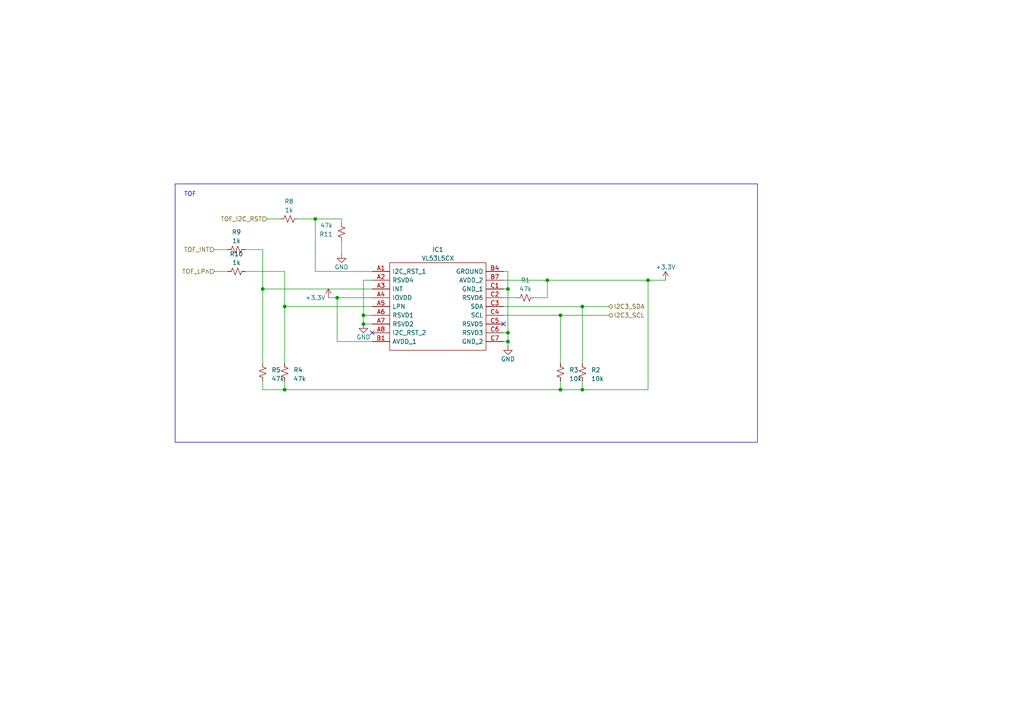
<source format=kicad_sch>
(kicad_sch (version 20230121) (generator eeschema)
  (paper "A4")
  (lib_symbols
    (symbol "Device:R_Small_US" (pin_numbers hide) (pin_names (offset 0.254) hide)
      (property "Reference" "R" (at 0.762 0.508 0))
      (property "Value" "R_Small_US" (at 0.762 -1.016 0))
      (symbol "R_Small_US_1_1"
        (polyline (pts (xy 0 0) (xy 1.016 -0.381) (xy 0 -0.762) (xy -1.016 -1.143) (xy 0 -1.524)))
        (polyline (pts (xy 0 1.524) (xy 1.016 1.143) (xy 0 0.762) (xy -1.016 0.381) (xy 0 0)))
        (pin passive line (at 0 2.54 270) (length 1.016) (name "~") (number "1"))
        (pin passive line (at 0 -2.54 90) (length 1.016) (name "~") (number "2"))
      )
    )
    (symbol "VL53L5CX:VL53L5CX" (pin_names (offset 0.762))
      (property "Reference" "IC" (at 34.29 7.62 0))
      (property "Value" "VL53L5CX" (at 34.29 5.08 0))
      (symbol "VL53L5CX_0_0"
        (pin passive line (at 0 0 0) (length 5.08) (name "I2C_RST_1") (number "A1"))
        (pin passive line (at 0 -2.54 0) (length 5.08) (name "RSVD4") (number "A2"))
        (pin passive line (at 0 -5.08 0) (length 5.08) (name "INT") (number "A3"))
        (pin passive line (at 0 -7.62 0) (length 5.08) (name "IOVDD") (number "A4"))
        (pin passive line (at 0 -10.16 0) (length 5.08) (name "LPN") (number "A5"))
        (pin passive line (at 0 -12.7 0) (length 5.08) (name "RSVD1") (number "A6"))
        (pin passive line (at 0 -15.24 0) (length 5.08) (name "RSVD2") (number "A7"))
        (pin passive line (at 0 -17.78 0) (length 5.08) (name "I2C_RST_2") (number "A8"))
        (pin passive line (at 0 -20.32 0) (length 5.08) (name "AVDD_1") (number "B1"))
        (pin passive line (at 38.1 0 180) (length 5.08) (name "GROUND") (number "B4"))
        (pin passive line (at 38.1 -2.54 180) (length 5.08) (name "AVDD_2") (number "B7"))
        (pin passive line (at 38.1 -5.08 180) (length 5.08) (name "GND_1") (number "C1"))
        (pin passive line (at 38.1 -7.62 180) (length 5.08) (name "RSVD6") (number "C2"))
        (pin passive line (at 38.1 -10.16 180) (length 5.08) (name "SDA") (number "C3"))
        (pin passive line (at 38.1 -12.7 180) (length 5.08) (name "SCL") (number "C4"))
        (pin passive line (at 38.1 -15.24 180) (length 5.08) (name "RSVD5") (number "C5"))
        (pin passive line (at 38.1 -17.78 180) (length 5.08) (name "RSVD3") (number "C6"))
        (pin passive line (at 38.1 -20.32 180) (length 5.08) (name "GND_2") (number "C7"))
      )
      (symbol "VL53L5CX_0_1"
        (polyline (pts (xy 5.08 2.54) (xy 33.02 2.54) (xy 33.02 -22.86) (xy 5.08 -22.86) (xy 5.08 2.54)) (stroke (width 0.1524)))
      )
    )
    (symbol "power:+3.3V" (power) (pin_names (offset 0))
      (property "Value" "+3.3V" (at 0 3.556 0))
      (symbol "+3.3V_0_1"
        (polyline (pts (xy -0.762 1.27) (xy 0 2.54)))
        (polyline (pts (xy 0 0) (xy 0 2.54)))
        (polyline (pts (xy 0 2.54) (xy 0.762 1.27)))
      )
      (symbol "+3.3V_1_1"
        (pin power_in line (at 0 0 90) (length 0) hide (name "+3.3V") (number "1"))
      )
    )
    (symbol "power:GND" (power) (pin_names (offset 0))
      (property "Value" "GND" (at 0 -3.81 0))
      (symbol "GND_0_1"
        (polyline (pts (xy 0 0) (xy 0 -1.27) (xy 1.27 -1.27) (xy 0 -2.54) (xy -1.27 -1.27) (xy 0 -1.27)))
      )
      (symbol "GND_1_1"
        (pin power_in line (at 0 0 270) (length 0) hide (name "GND") (number "1"))
      )
    )
  )
  (junction (at 105.41 93.98))
  (junction (at 147.32 99.06))
  (junction (at 168.91 88.9))
  (junction (at 82.55 113.03))
  (junction (at 187.96 81.28))
  (junction (at 105.41 91.44))
  (junction (at 91.44 63.5))
  (junction (at 168.91 113.03))
  (junction (at 162.56 113.03))
  (junction (at 147.32 96.52))
  (junction (at 97.79 86.36))
  (junction (at 158.75 81.28))
  (junction (at 82.55 88.9))
  (junction (at 162.56 91.44))
  (junction (at 76.2 83.82))
  (junction (at 147.32 83.82))
  (no_connect (at 107.95 96.52))
  (no_connect (at 146.05 93.98))
  (wire (pts (xy 76.2 72.39) (xy 76.2 83.82)))
  (wire (pts (xy 187.96 81.28) (xy 193.04 81.28)))
  (wire (pts (xy 146.05 96.52) (xy 147.32 96.52)))
  (wire (pts (xy 76.2 83.82) (xy 107.95 83.82)))
  (wire (pts (xy 82.55 105.41) (xy 82.55 88.9)))
  (wire (pts (xy 82.55 78.74) (xy 82.55 88.9)))
  (wire (pts (xy 76.2 113.03) (xy 82.55 113.03)))
  (wire (pts (xy 107.95 81.28) (xy 105.41 81.28)))
  (polyline (pts (xy 219.71 53.34) (xy 219.71 128.27)))
  (wire (pts (xy 147.32 96.52) (xy 147.32 99.06)))
  (wire (pts (xy 154.94 86.36) (xy 158.75 86.36)))
  (wire (pts (xy 146.05 88.9) (xy 168.91 88.9)))
  (wire (pts (xy 76.2 110.49) (xy 76.2 113.03)))
  (wire (pts (xy 147.32 99.06) (xy 146.05 99.06)))
  (wire (pts (xy 147.32 78.74) (xy 147.32 83.82)))
  (wire (pts (xy 146.05 83.82) (xy 147.32 83.82)))
  (wire (pts (xy 187.96 113.03) (xy 187.96 81.28)))
  (wire (pts (xy 99.06 64.77) (xy 99.06 63.5)))
  (wire (pts (xy 91.44 63.5) (xy 91.44 78.74)))
  (wire (pts (xy 168.91 113.03) (xy 168.91 110.49)))
  (wire (pts (xy 99.06 73.66) (xy 99.06 69.85)))
  (polyline (pts (xy 219.71 128.27) (xy 50.8 128.27)))
  (wire (pts (xy 77.47 63.5) (xy 81.28 63.5)))
  (wire (pts (xy 62.23 72.39) (xy 66.04 72.39)))
  (wire (pts (xy 82.55 88.9) (xy 107.95 88.9)))
  (wire (pts (xy 147.32 100.33) (xy 147.32 99.06)))
  (wire (pts (xy 162.56 113.03) (xy 168.91 113.03)))
  (wire (pts (xy 99.06 63.5) (xy 91.44 63.5)))
  (wire (pts (xy 162.56 91.44) (xy 162.56 105.41)))
  (wire (pts (xy 147.32 83.82) (xy 147.32 96.52)))
  (wire (pts (xy 107.95 99.06) (xy 97.79 99.06)))
  (wire (pts (xy 105.41 91.44) (xy 107.95 91.44)))
  (wire (pts (xy 107.95 93.98) (xy 105.41 93.98)))
  (polyline (pts (xy 50.8 53.34) (xy 219.71 53.34)))
  (wire (pts (xy 71.12 72.39) (xy 76.2 72.39)))
  (wire (pts (xy 146.05 91.44) (xy 162.56 91.44)))
  (wire (pts (xy 146.05 81.28) (xy 158.75 81.28)))
  (wire (pts (xy 71.12 78.74) (xy 82.55 78.74)))
  (wire (pts (xy 158.75 81.28) (xy 158.75 86.36)))
  (polyline (pts (xy 50.8 53.34) (xy 50.8 128.27)))
  (wire (pts (xy 97.79 86.36) (xy 107.95 86.36)))
  (wire (pts (xy 97.79 99.06) (xy 97.79 86.36)))
  (wire (pts (xy 105.41 81.28) (xy 105.41 91.44)))
  (wire (pts (xy 146.05 86.36) (xy 149.86 86.36)))
  (wire (pts (xy 82.55 110.49) (xy 82.55 113.03)))
  (wire (pts (xy 162.56 91.44) (xy 176.53 91.44)))
  (wire (pts (xy 158.75 81.28) (xy 187.96 81.28)))
  (wire (pts (xy 162.56 110.49) (xy 162.56 113.03)))
  (wire (pts (xy 76.2 105.41) (xy 76.2 83.82)))
  (wire (pts (xy 168.91 113.03) (xy 187.96 113.03)))
  (wire (pts (xy 91.44 63.5) (xy 86.36 63.5)))
  (wire (pts (xy 82.55 113.03) (xy 162.56 113.03)))
  (wire (pts (xy 107.95 78.74) (xy 91.44 78.74)))
  (wire (pts (xy 95.25 86.36) (xy 97.79 86.36)))
  (wire (pts (xy 168.91 88.9) (xy 176.53 88.9)))
  (wire (pts (xy 62.23 78.74) (xy 66.04 78.74)))
  (wire (pts (xy 168.91 88.9) (xy 168.91 105.41)))
  (wire (pts (xy 105.41 93.98) (xy 105.41 91.44)))
  (wire (pts (xy 146.05 78.74) (xy 147.32 78.74)))
  (text "TOF" (at 53.34 57.15 0) (effects (font (size 1.27 1.27)) (justify left bottom)))
  (hierarchical_label "TOF_LPn" (shape input) (at 62.23 78.74 180))
  (hierarchical_label "I2C3_SDA" (shape bidirectional) (at 176.53 88.9 0))
  (hierarchical_label "TOF_I2C_RST" (shape input) (at 77.47 63.5 180))
  (hierarchical_label "I2C3_SCL" (shape bidirectional) (at 176.53 91.44 0))
  (hierarchical_label "TOF_INT" (shape input) (at 62.23 72.39 180))
  (symbol (lib_id "Device:R_Small_US") (at 168.91 107.95 180) (unit 1)
    (property "Reference" "R2" (at 171.45 107.315 0) (effects (justify right)))
    (property "Value" "10k" (at 171.45 109.855 0) (effects (justify right)))
    (instances (project "Projet_Controler" (path "" (reference "R2") (unit 1)) (path "" (reference "R10") (unit 1))))
  )
  (symbol (lib_id "power:GND") (at 105.41 93.98 0) (unit 1)
    (property "Reference" "#PWR03" (effects hide))
    (property "Value" "GND" (at 105.41 97.79 0))
  )
  (symbol (lib_id "power:GND") (at 147.32 100.33 0) (unit 1)
    (property "Reference" "#PWR016" (effects hide))
    (property "Value" "GND" (at 147.32 104.14 0))
  )
  (symbol (lib_id "Device:R_Small_US") (at 68.58 78.74 270) (unit 1)
    (property "Reference" "R10" (at 68.58 73.66 90))
    (property "Value" "1k" (at 68.58 76.2 90))
    (instances (project "Projet_Controler" (path "" (reference "R10") (unit 1)) (path "" (reference "R2") (unit 1))))
  )
  (symbol (lib_id "Device:R_Small_US") (at 162.56 107.95 180) (unit 1)
    (property "Reference" "R3" (at 165.1 107.315 0) (effects (justify right)))
    (property "Value" "10k" (at 165.1 109.855 0) (effects (justify right)))
    (instances (project "Projet_Controler" (path "" (reference "R3") (unit 1)) (path "" (reference "R9") (unit 1))))
  )
  (symbol (lib_id "Device:R_Small_US") (at 152.4 86.36 90) (unit 1)
    (property "Reference" "R1" (at 152.4 81.28 90))
    (property "Value" "47k" (at 152.4 83.82 90))
    (instances (project "Projet_Controler" (path "" (reference "R1") (unit 1)) (path "" (reference "R8") (unit 1))))
  )
  (symbol (lib_id "VL53L5CX:VL53L5CX") (at 107.95 78.74 0) (unit 1)
    (property "Reference" "IC1" (at 127 72.39 0))
    (property "Value" "VL53L5CX" (at 127 74.93 0))
    (property "Footprint" "VL53L5CX" (effects hide))
    (property "Datasheet" "https://www.st.com/en/imaging-and-photonics-solutions/vl53l5cx.html#documentation" (effects hide))
    (property "Description" "Time-of-Flight 8x8 multizone ranging sensor with wide field of view" (effects hide))
    (property "Height" "1.55" (effects hide))
    (property "Manufacturer_Name" "ST" (effects hide))
    (property "Manufacturer_Part_Number" "VL53L5CX" (effects hide))
  )
  (symbol (lib_id "Device:R_Small_US") (at 83.82 63.5 270) (unit 1)
    (property "Reference" "R8" (at 83.82 58.42 90))
    (property "Value" "1k" (at 83.82 60.96 90))
    (instances (project "Projet_Controler" (path "" (reference "R8") (unit 1)) (path "" (reference "R5") (unit 1))))
  )
  (symbol (lib_id "Device:R_Small_US") (at 99.06 67.31 0) (unit 1)
    (property "Reference" "R11" (at 96.52 67.945 0) (effects (justify right)))
    (property "Value" "47k" (at 96.52 65.405 0) (effects (justify right)))
    (instances (project "Projet_Controler" (path "" (reference "R11") (unit 1)) (path "" (reference "R7") (unit 1))))
  )
  (symbol (lib_id "power:+3.3V") (at 193.04 81.28 0) (unit 1)
    (property "Reference" "#PWR017" (effects hide))
    (property "Value" "+3.3V" (at 193.04 77.47 0))
  )
  (symbol (lib_id "Device:R_Small_US") (at 76.2 107.95 180) (unit 1)
    (property "Reference" "R5" (at 78.74 107.315 0) (effects (justify right)))
    (property "Value" "47k" (at 78.74 109.855 0) (effects (justify right)))
    (instances (project "Projet_Controler" (path "" (reference "R5") (unit 1)) (path "" (reference "R3") (unit 1))))
  )
  (symbol (lib_id "Device:R_Small_US") (at 82.55 107.95 180) (unit 1)
    (property "Reference" "R4" (at 85.09 107.315 0) (effects (justify right)))
    (property "Value" "47k" (at 85.09 109.855 0) (effects (justify right)))
  )
  (symbol (lib_id "Device:R_Small_US") (at 68.58 72.39 270) (unit 1)
    (property "Reference" "R9" (at 68.58 67.31 90))
    (property "Value" "1k" (at 68.58 69.85 90))
    (instances (project "Projet_Controler" (path "" (reference "R9") (unit 1)) (path "" (reference "R1") (unit 1))))
  )
  (symbol (lib_id "power:GND") (at 99.06 73.66 0) (unit 1)
    (property "Reference" "#PWR01" (effects hide))
    (property "Value" "GND" (at 99.06 77.47 0))
  )
  (symbol (lib_id "power:+3.3V") (at 95.25 86.36 0) (unit 1)
    (property "Reference" "#PWR018" (effects hide))
    (property "Value" "+3.3V" (at 91.44 86.36 0))
  )
)
</source>
